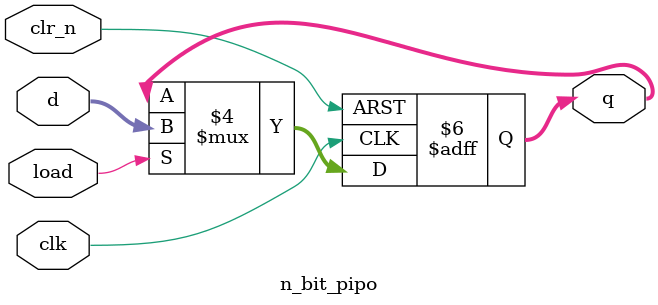
<source format=v>
module n_bit_pipo #(
    parameter N = 8
) (
    input clk, clr_n, load,
    input [N-1:0] d,
    output reg [N-1:0] q
);
    
    always @(posedge clk or negedge clr_n) begin
        if(!clr_n)
            q <= 'b0;
        else if(load)
            q <= d;
        else
            q <= q;
    end


endmodule
</source>
